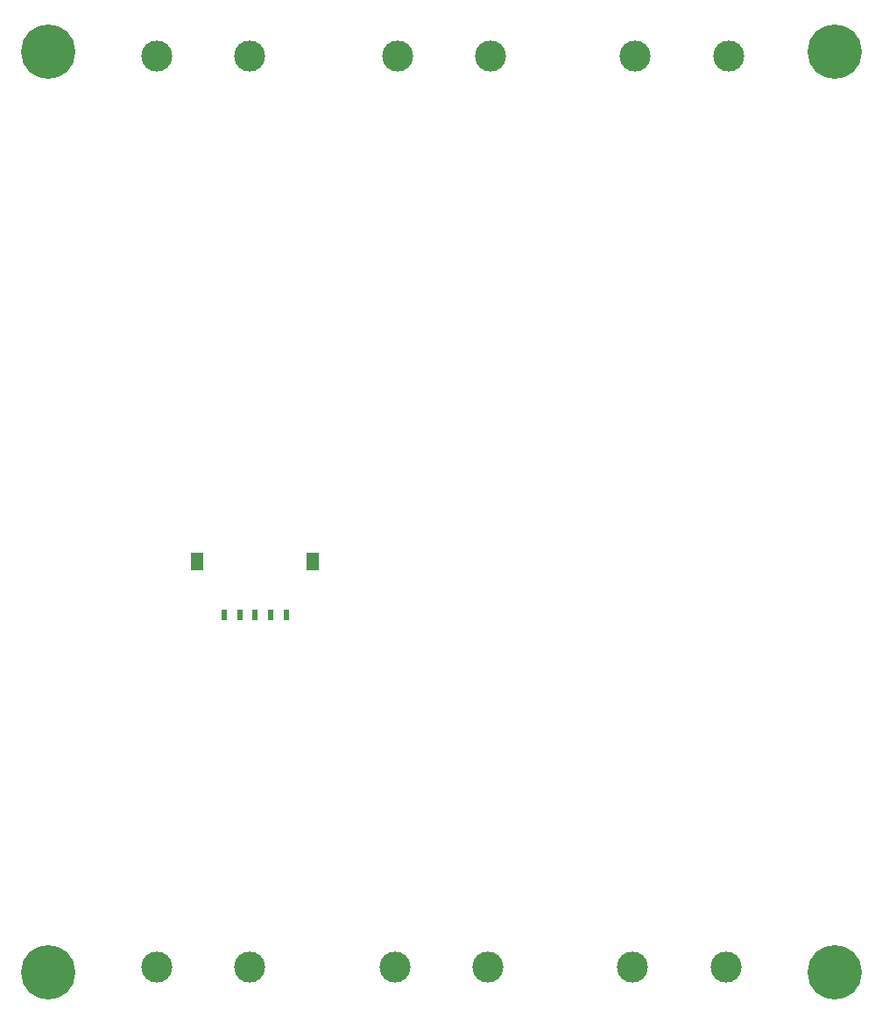
<source format=gbr>
%TF.GenerationSoftware,KiCad,Pcbnew,(5.1.10)-1*%
%TF.CreationDate,2022-06-07T20:11:27-07:00*%
%TF.ProjectId,solar-panel-NoCutout,736f6c61-722d-4706-916e-656c2d4e6f43,1.0*%
%TF.SameCoordinates,Original*%
%TF.FileFunction,Soldermask,Bot*%
%TF.FilePolarity,Negative*%
%FSLAX46Y46*%
G04 Gerber Fmt 4.6, Leading zero omitted, Abs format (unit mm)*
G04 Created by KiCad (PCBNEW (5.1.10)-1) date 2022-06-07 20:11:27*
%MOMM*%
%LPD*%
G01*
G04 APERTURE LIST*
%ADD10C,5.250000*%
%ADD11R,1.250000X1.800000*%
%ADD12R,0.600000X1.000000*%
%ADD13C,3.000000*%
G04 APERTURE END LIST*
D10*
%TO.C,J2*%
X106500000Y-70300000D03*
%TD*%
%TO.C,J5*%
X182500000Y-159300000D03*
%TD*%
%TO.C,J4*%
X182500000Y-70300000D03*
%TD*%
%TO.C,J3*%
X106500000Y-159300000D03*
%TD*%
D11*
%TO.C,J1*%
X132104999Y-119560000D03*
X120895001Y-119560000D03*
D12*
X129500001Y-124750000D03*
X128000001Y-124750000D03*
X126499999Y-124750000D03*
X125000000Y-124750000D03*
X123500000Y-124750000D03*
%TD*%
D13*
%TO.C,SC6*%
X172250000Y-70750000D03*
X163250000Y-70750000D03*
%TD*%
%TO.C,SC5*%
X163000000Y-158750000D03*
X172000000Y-158750000D03*
%TD*%
%TO.C,SC4*%
X149250000Y-70750000D03*
X140250000Y-70750000D03*
%TD*%
%TO.C,SC3*%
X140000000Y-158750000D03*
X149000000Y-158750000D03*
%TD*%
%TO.C,SC2*%
X126000000Y-70750000D03*
X117000000Y-70750000D03*
%TD*%
%TO.C,SC1*%
X117000000Y-158750000D03*
X126000000Y-158750000D03*
%TD*%
M02*

</source>
